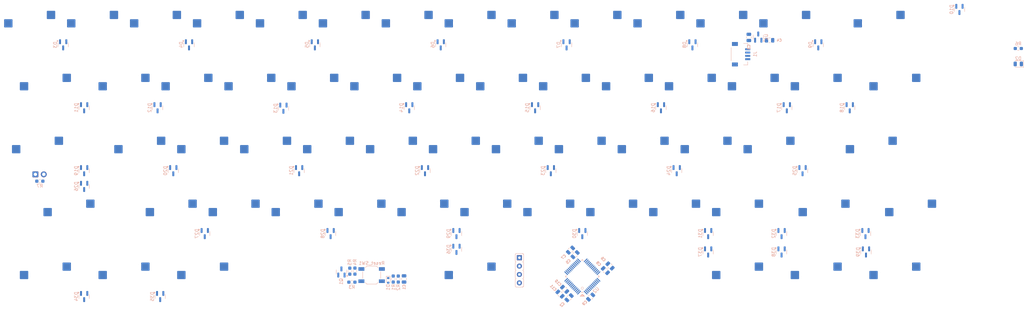
<source format=kicad_pcb>
(kicad_pcb (version 20240108) (generator "pcbnew") (generator_version "8.0")
  (layers (0 "F.Cu" signal) (31 "B.Cu" signal) (34 "B.Paste" user) (35 "F.Paste" user) (36 "B.SilkS" user "B.Silkscreen") (37 "F.SilkS" user "F.Silkscreen") (38 "B.Mask" user) (39 "F.Mask" user) (44 "Edge.Cuts" user))
  (net 0 "")
  (net 1 "BOOT0")
  (net 2 "GND")
  (net 3 "NRST")
  (net 4 "+5V")
  (net 5 "+3V3")
  (net 6 "Net-(D1-K)")
  (net 7 "Net-(D1-A)")
  (net 8 "Net-(D2-K)")
  (net 9 "Net-(SW1-Col)")
  (net 10 "Net-(SW2-Col)")
  (net 11 "COL0")
  (net 12 "Net-(SW4-Col)")
  (net 13 "Net-(SW3-Col)")
  (net 14 "COL1")
  (net 15 "Net-(SW5-Col)")
  (net 16 "COL2")
  (net 17 "Net-(SW6-Col)")
  (net 18 "Net-(SW8-Col)")
  (net 19 "Net-(SW7-Col)")
  (net 20 "COL3")
  (net 21 "Net-(SW10-Col)")
  (net 22 "COL4")
  (net 23 "Net-(SW9-Col)")
  (net 24 "Net-(SW11-Col)")
  (net 25 "COL5")
  (net 26 "Net-(SW12-Col)")
  (net 27 "Net-(SW13-Col)")
  (net 28 "COL6")
  (net 29 "Net-(SW16-Col)")
  (net 31 "COL7")
  (net 33 "Net-(SW17-Col)")
  (net 34 "Net-(SW18-Col)")
  (net 35 "Net-(SW19-Col)")
  (net 36 "Net-(SW21-Col)")
  (net 37 "Net-(SW20-Col)")
  (net 38 "Net-(SW22-Col)")
  (net 39 "Net-(SW23-Col)")
  (net 40 "Net-(SW24-Col)")
  (net 41 "Net-(SW25-Col)")
  (net 42 "Net-(SW27-Col)")
  (net 43 "Net-(SW26-Col)")
  (net 44 "Net-(SW28-Col)")
  (net 45 "Net-(SW29-Col)")
  (net 46 "Net-(SW30-Col)")
  (net 48 "Net-(SW31-Col)")
  (net 50 "Net-(SW33-Col)")
  (net 51 "Net-(SW32-Col)")
  (net 52 "Net-(SW35-Col)")
  (net 53 "Net-(SW34-Col)")
  (net 54 "Net-(SW36-Col)")
  (net 55 "Net-(SW37-Col)")
  (net 56 "Net-(SW38-Col)")
  (net 57 "Net-(SW39-Col)")
  (net 58 "Net-(SW41-Col)")
  (net 59 "Net-(SW40-Col)")
  (net 60 "Net-(SW42-Col)")
  (net 61 "Net-(SW43-Col)")
  (net 63 "Net-(SW44-Col)")
  (net 64 "Net-(SW45-Col)")
  (net 65 "Net-(SW46-Col)")
  (net 66 "Net-(SW48-Col)")
  (net 67 "Net-(SW47-Col)")
  (net 68 "Net-(SW50-Col)")
  (net 69 "Net-(SW49-Col)")
  (net 70 "Net-(SW51-Col)")
  (net 71 "Net-(SW52-Col)")
  (net 72 "Net-(SW53-Col)")
  (net 73 "Net-(SW54-Col)")
  (net 76 "Net-(SW57-Col)")
  (net 78 "Net-(SW58-Col)")
  (net 79 "Net-(SW59-Col)")
  (net 80 "Net-(SW60-Col)")
  (net 82 "Net-(SW61-Col)")
  (net 86 "Net-(SW14-Col)")
  (net 87 "Net-(SW15-Col)")
  (net 89 "D-")
  (net 90 "D+")
  (net 91 "SWCLK")
  (net 92 "SWDIO")
  (net 93 "Net-(LED1-PadA)")
  (net 94 "Net-(Q1-G)")
  (net 95 "Net-(Q1-D)")
  (net 96 "CAPS_INDICATOR")
  (net 97 "ROW0")
  (net 98 "ROW1")
  (net 99 "ROW2")
  (net 100 "ROW3")
  (net 101 "ROW4")
  (net 102 "ROW5")
  (net 103 "ROW6")
  (net 104 "ROW7")
  (net 105 "ROW8")
  (net 106 "ROW9")
  (net 121 "Net-(SW55-Col)")
  (net 122 "Net-(SW56-Col)")
  (footprint "MX_Hotswap:MX-Hotswap-1U" (layer "B.Cu") (at 409.575 80.16875 180)
    (property "Reference" "SW26")
    (property "Value" "[")
  )
  (footprint "acheron_Components:LQFP-48_7x7mm_P0.5mm" (layer "B.Cu") (at 357.2 135.22 45)
    (property "Reference" "U2")
    (property "Value" "STM32F072-LQFP48")
  )
  (footprint "Resistor_SMD:R_0603_1608Metric_Pad0.98x0.95mm_HandSolder" (layer "B.Cu") (at 301.47 136 -90)
    (property "Reference" "R2")
    (property "Value" "1M (±%1)")
  )
  (footprint "acheron_Connectors:PinHeader_1x4_P2.54mm_Vertical" (layer "B.Cu") (at 338.1375 133.35 180)
    (property "Reference" "J2" (hide yes))
    (property "Value" "Conn_01x04_Female" (hide yes))
  )
  (footprint "acheron_Components:C_0805_2012Metric" (layer "B.Cu") (at 351.84 139.11 -45)
    (property "Reference" "C10")
    (property "Value" "10uF")
  )
  (footprint "Package_TO_SOT_SMD:SOT-23" (layer "B.Cu") (at 271.4625 103.1875 -90)
    (property "Reference" "D21")
    (property "Value" "BAV70")
  )
  (footprint "LED_SMD:LED_0805_2012Metric" (layer "B.Cu") (at 489.1825 70.88 180)
    (property "Reference" "D2")
    (property "Value" "LED")
  )
  (footprint "Package_TO_SOT_SMD:SOT-23" (layer "B.Cu") (at 314.325 65.0875 -90)
    (property "Reference" "D6")
    (property "Value" "BAV70")
  )
  (footprint "MX_Hotswap:MX-Hotswap-1U" (layer "B.Cu") (at 242.8875 99.21875 180)
    (property "Reference" "SW31")
    (property "Value" "S")
  )
  (footprint "Package_TO_SOT_SMD:SOT-23" (layer "B.Cu") (at 417.5125 122.2375 -90)
    (property "Reference" "D32")
    (property "Value" "BAV70")
  )
  (footprint "MX_Hotswap:MX-Hotswap-1U" (layer "B.Cu") (at 190.5 61.11875 180)
    (property "Reference" "SW1")
    (property "Value" "ESC")
  )
  (footprint "acheron_Components:C_0805_2012Metric" (layer "B.Cu") (at 353.61 127.24 -135)
    (property "Reference" "C7")
    (property "Value" "4.7uF")
  )
  (footprint "MX_Hotswap:MX-Hotswap-1U" (layer "B.Cu") (at 395.2875 99.21875 180)
    (property "Reference" "SW39")
    (property "Value" ";")
  )
  (footprint "MX_Hotswap:MX-Hotswap-1U" (layer "B.Cu") (at 300.0375 99.21875 180)
    (property "Reference" "SW34")
    (property "Value" "G")
  )
  (footprint "Package_TO_SOT_SMD:SOT-23" (layer "B.Cu") (at 417.5125 127.79375 -90)
    (property "Reference" "D38")
    (property "Value" "BAV70")
  )
  (footprint "Package_TO_SOT_SMD:SOT-23" (layer "B.Cu") (at 410.452501 62.75 90)
    (property "Reference" "U1")
    (property "Value" "XC6206PxxxMR")
  )
  (footprint "MX_Hotswap:MX-Hotswap-1U" (layer "B.Cu") (at 238.125 80.16875 180)
    (property "Reference" "SW17")
    (property "Value" "W")
  )
  (footprint "MX_Hotswap:MX-Hotswap-1.5U" (layer "B.Cu") (at 195.2625 80.16875 180)
    (property "Reference" "SW15")
    (property "Value" "Tab")
  )
  (footprint "Package_TO_SOT_SMD:SOT-23" (layer "B.Cu") (at 233.3625 103.1875 -90)
    (property "Reference" "D20")
    (property "Value" "BAV70")
  )
  (footprint "MX_Hotswap:MX-Hotswap-1.5U" (layer "B.Cu") (at 452.4375 137.31875 180)
    (property "Reference" "SW61")
    (property "Value" "RCtrl")
  )
  (footprint "Resistor_SMD:R_0603_1608Metric_Pad0.98x0.95mm_HandSolder" (layer "B.Cu") (at 287.43 136.94)
    (property "Reference" "R3")
    (property "Value" "100")
  )
  (footprint "acheron_Components:C_0805_2012Metric" (layer "B.Cu") (at 303.22 135.97 90)
    (property "Reference" "C1")
    (property "Value" "10uF (±%5)")
  )
  (footprint "Package_TO_SOT_SMD:SOT-23" (layer "B.Cu") (at 352.425 65.0875 -90)
    (property "Reference" "D7")
    (property "Value" "BAV70")
  )
  (footprint "Resistor_SMD:R_0603_1608Metric_Pad0.98x0.95mm_HandSolder" (layer "B.Cu") (at 299.94 135.9975 -90)
    (property "Reference" "R1")
    (property "Value" "330k (±%1)")
  )
  (footprint "Package_TO_SOT_SMD:SOT-23" (layer "B.Cu") (at 390.525 65.0875 -90)
    (property "Reference" "D8")
    (property "Value" "BAV70")
  )
  (footprint "MX_Hotswap:MX-Hotswap-1U" (layer "B.Cu") (at 347.6625 118.26875 180)
    (property "Reference" "SW49")
    (property "Value" "M")
  )
  (footprint "Package_TO_SOT_SMD:SOT-23" (layer "B.Cu") (at 342.9 84.1375 -90)
    (property "Reference" "D15")
    (property "Value" "BAV70")
  )
  (footprint "Package_TO_SOT_SMD:SOT-23" (layer "B.Cu") (at 276.225 65.0875 -90)
    (property "Reference" "D5")
    (property "Value" "BAV70")
  )
  (footprint "MX_Hotswap:MX-Hotswap-1U" (layer "B.Cu") (at 376.2375 99.21875 180)
    (property "Reference" "SW38")
    (property "Value" "L")
  )
  (footprint "MX_Hotswap:MX-Hotswap-1U" (layer "B.Cu") (at 338.1375 99.21875 180)
    (property "Reference" "SW36")
    (property "Value" "J")
  )
  (footprint "acheron_Components:C_0805_2012Metric" (layer "B.Cu") (at 359.71 141.46 45)
    (property "Reference" "C9")
    (property "Value" "4.7uF")
  )
  (footprint "MX_Hotswap:MX-Hotswap-1.5U" (layer "B.Cu") (at 242.8875 137.31875 180)
    (property "Reference" "SW57")
    (property "Value" "LAlt")
  )
  (footprint "MX_Hotswap:MX-Hotswap-1U" (layer "B.Cu") (at 328.6125 118.26875 180)
    (property "Reference" "SW48")
    (property "Value" "N")
  )
  (footprint "MX_Hotswap:MX-Hotswap-1U" (layer "B.Cu") (at 319.0875 99.21875 180)
    (property "Reference" "SW35")
    (property "Value" "H")
  )
  (footprint "MX_Hotswap:MX-Hotswap-1U" (layer "B.Cu") (at 342.9 61.11875 180)
    (property "Reference" "SW9")
    (property "Value" "8")
  )
  (footprint "Package_TO_SOT_SMD:SOT-23" (layer "B.Cu") (at 228.6 84.1375 -90)
    (property "Reference" "D12")
    (property "Value" "BAV70")
  )
  (footprint "MX_Hotswap:MX-Hotswap-1U" (layer "B.Cu") (at 428.625 80.16875 180)
    (property "Reference" "SW27")
    (property "Value" "]")
  )
  (footprint "Package_TO_SOT_SMD:SOT-23" (layer "B.Cu") (at 304.8 84.1375 -90)
    (property "Reference" "D14")
    (property "Value" "BAV70")
  )
  (footprint "Package_TO_SOT_SMD:SOT-23" (layer "B.Cu") (at 347.6625 103.1875 -90)
    (property "Reference" "D23")
    (property "Value" "BAV70")
  )
  (footprint "MX_Hotswap:MX-Hotswap-1.25U" (layer "B.Cu") (at 192.88125 99.21875 180)
    (property "Reference" "SW29")
    (property "Value" "CPSLCK")
  )
  (footprint "MX_Hotswap:MX-Hotswap-1U" (layer "B.Cu") (at 381 61.11875 180)
    (property "Reference" "SW11")
    (property "Value" "0")
  )
  (footprint "MX_Hotswap:MX-Hotswap-1.5U" (layer "B.Cu") (at 452.4375 80.16875 180)
    (property "Reference" "SW28")
    (property "Value" "\\")
  )
  (footprint "Package_TO_SOT_SMD:SOT-23" (layer "B.Cu") (at 242.8875 122.2375 -90)
    (property "Reference" "D27")
    (property "Value" "BAV70")
  )
  (footprint "acheron_Components:C_0805_2012Metric" (layer "B.Cu") (at 407.61 62.84 -90)
    (property "Reference" "C3")
    (property "Value" "1uF")
  )
  (footprint "MX_Hotswap:MX-Hotswap-1U" (layer "B.Cu") (at 371.475 80.16875 180)
    (property "Reference" "SW24")
    (property "Value" "O")
  )
  (footprint "MX_Hotswap:MX-Hotswap-1U" (layer "B.Cu") (at 361.95 61.11875 180)
    (property "Reference" "SW10")
    (property "Value" "9")
  )
  (footprint "MX_Hotswap:MX-Hotswap-1U" (layer "B.Cu") (at 304.8 61.11875 180)
    (property "Reference" "SW7")
    (property "Value" "6")
  )
  (footprint "MX_Hotswap:MX-Hotswap-1.75U" (layer "B.Cu") (at 431.00625 118.26875 180)
    (property "Reference" "SW53")
    (property "Value" "RShift")
  )
  (footprint "Package_TO_SOT_SMD:SOT-23" (layer "B.Cu") (at 471.36 54.3775 -90)
    (property "Reference" "D10")
    (property "Value" "BAV70")
  )
  (footprint "MX_Hotswap:MX-Hotswap-1U" (layer "B.Cu") (at 385.7625 118.26875 180)
    (property "Reference" "SW51")
    (property "Value" ".")
  )
  (footprint "Package_TO_SOT_SMD:SOT-23" (layer "B.Cu") (at 381 84.1375 -90)
    (property "Reference" "D16")
    (property "Value" "BAV70")
  )
  (footprint "MX_Hotswap:MX-Hotswap-1U" (layer "B.Cu") (at 223.8375 99.21875 180)
    (property "Reference" "SW30")
    (property "Value" "A")
  )
  (footprint "MX_Hotswap:MX-Hotswap-1U" (layer "B.Cu") (at 457.2 118.26875 180)
    (property "Reference" "SW54")
    (property "Value" "Fn")
  )
  (footprint "MX_Hotswap:MX-Hotswap-1U" (layer "B.Cu") (at 352.425 80.16875 180)
    (property "Reference" "SW23")
    (property "Value" "I")
  )
  (footprint "MX_Hotswap:MX-Hotswap-1U" (layer "B.Cu") (at 276.225 80.16875 180)
    (property "Reference" "SW19")
    (property "Value" "R")
  )
  (footprint "Package_TO_SOT_SMD:SOT-23" (layer "B.Cu") (at 266.7 84.28125 -90)
    (property "Reference" "D13")
    (property "Value" "BAV70")
  )
  (footprint "acheron_Components:C_0805_2012Metric" (layer "B.Cu") (at 365.58 132.04 135)
    (property "Reference" "C6")
    (property "Value" "100nF")
  )
  (footprint "acheron_Components:LED_THT_2.54mm" (layer "B.Cu") (at 192.88 104.3 180)
    (property "Reference" "LED1")
    (property "Value" "LED" (hide yes))
  )
  (footprint "MX_Hotswap:MX-Hotswap-2U" (layer "B.Cu") (at 447.675 61.11875 180)
    (property "Reference" "SW14")
    (property "Value" "backspace")
  )
  (footprint "MX_Hotswap:MX-Hotswap-1U" (layer "B.Cu") (at 333.375 80.16875 180)
    (property "Reference" "SW22")
    (property "Value" "U")
  )
  (footprint "Package_TO_SOT_SMD:SOT-23" (layer "B.Cu") (at 238.125 65.0875 -90)
    (property "Reference" "D4")
    (property "Value" "BAV70")
  )
  (footprint "acheron_Components:C_0805_2012Metric" (layer "B.Cu") (at 364.17 133.43 135)
    (property "Reference" "C8")
    (property "Value" "100nF")
  )
  (footprint "Package_TO_SOT_SMD:SOT-23" (layer "B.Cu") (at 284.262501 133.86 90)
    (property "Reference" "Q1")
    (property "Value" "2N7002")
  )
  (footprint "Button_Switch_SMD:SW_SPST_SKQG_WithStem" (layer "B.Cu") (at 293.41 134.8 180)
    (property "Reference" "Reset_SW1")
    (property "Value" "Reset_SW")
  )
  (footprint "MX_Hotswap:MX-Hotswap-1U" (layer "B.Cu") (at 290.5125 118.26875 180)
    (property "Reference" "SW46")
    (property "Value" "V")
  )
  (footprint "Package_TO_SOT_SMD:SOT-23" (layer "B.Cu") (at 206.375 84.1375 -90)
    (property "Reference" "D11")
    (property "Value" "BAV70")
  )
  (footprint "Package_TO_SOT_SMD:SOT-23" (layer "B.Cu") (at 319.0875 122.2375 -90)
    (property "Reference" "D29")
    (property "Value" "BAV70")
  )
  (footprint "MX_Hotswap:MX-Hotswap-7U-ReversedStabilizers" (layer "B.Cu") (at 323.85 137.31875 180)
    (property "Reference" "SW58")
    (property "Value" "Spacebar")
  )
  (footprint "Package_TO_SOT_SMD:SOT-23" (layer "B.Cu") (at 423.8625 103.1875 -90)
    (property "Reference" "D25")
    (property "Value" "BAV70")
  )
  (footprint "acheron_Components:C_0805_2012Metric" (layer "B.Cu") (at 355.01 128.63 -135)
    (property "Reference" "C5")
    (property "Value" "100nF")
  )
  (footprint "Package_TO_SOT_SMD:SOT-23" (layer "B.Cu") (at 206.375 141.2875 -90)
    (property "Reference" "D34")
    (property "Value" "BAV70")
  )
  (footprint "MX_Hotswap:MX-Hotswap-1U" (layer "B.Cu") (at 428.625 137.31875 180)
    (property "Reference" "SW60")
    (property "Value" "RWin")
  )
  (footprint "Package_TO_SOT_SMD:SOT-23" (layer "B.Cu") (at 200.025 65.0875 -90)
    (property "Reference" "D3")
    (property "Value" "BAV70")
  )
  (footprint "MX_Hotswap:MX-Hotswap-1U" (layer "B.Cu") (at 233.3625 118.26875 180)
    (property "Reference" "SW43")
    (property "Value" "Z")
  )
  (footprint "MX_Hotswap:MX-Hotswap-1U" (layer "B.Cu") (at 247.65 61.11875 180)
    (property "Reference" "SW4")
    (property "Value" "3")
  )
  (footprint "acheron_Connectors:SM04B-SRSS-TB(LF)(SN)" (layer "B.Cu") (at 406.49 67.93 90)
    (property "Reference" "J1")
    (property "Value" "Conn_01x04_Female")
  )
  (footprint "MX_Hotswap:MX-Hotswap-1.5U" (layer "B.Cu") (at 195.2625 137.31875 180)
    (property "Reference" "SW55")
    (property "Value" "LCtrl")
  )
  (footprint "acheron_Components:C_0805_2012Metric" (layer "B.Cu") (at 350.44 140.55 -45)
    (property "Reference" "C11")
    (property "Value" "1uF")
  )
  (footprint "Diode_SMD:D_SOD-523" (layer "B.Cu") (at 298.43 136.4 -90)
    (property "Reference" "D1")
    (property "Value" "1N4148WT")
  )
  (footprint "MX_Hotswap:MX-Hotswap-1U" (layer "B.Cu") (at 314.325 80.16875 180)
    (property "Reference" "SW21")
    (property "Value" "Y")
  )
  (footprint "MX_Hotswap:MX-Hotswap-1U" (layer "B.Cu") (at 357.1875 99.21875 180)
    (property "Reference" "SW37")
    (property "Value" "K")
  )
  (footprint "MX_Hotswap:MX-Hotswap-1U" (layer "B.Cu") (at 271.4625 118.26875 180)
    (property "Reference" "SW45")
    (property "Value" "C")
  )
  (footprint "MX_Hotswap:MX-Hotswap-1U" (layer "B.Cu") (at 366.7125 118.26875 180)
    (property "Reference" "SW50")
    (property "Value" ",")
  )
  (footprint "MX_Hotswap:MX-Hotswap-2.25U" (layer "B.Cu") (at 445.29375 99.21875 180)
    (property "Reference" "SW41")
    (property "Value" "Enter")
  )
  (footprint "Package_TO_SOT_SMD:SOT-23" (layer "B.Cu") (at 442.9125 122.2375 -90)
    (property "Reference" "D33")
    (property "Value" "BAV70")
  )
  (footprint "MX_Hotswap:MX-Hotswap-1.5U" (layer "B.Cu") (at 404.8125 137.31875 180)
    (property "Reference" "SW59")
    (property "Value" "RAlt")
  )
  (footprint "Package_TO_SOT_SMD:SOT-23" (layer "B.Cu") (at 443.06875 127.79375 -90)
    (property "Reference" "D39")
    (property "Value" "BAV70")
  )
  (footprint "Package_TO_SOT_SMD:SOT-23" (layer "B.Cu") (at 229.39375 141.2875 -90)
    (property "Reference" "D35")
    (property "Value" "BAV70")
  )
  (footprint "MX_Hotswap:MX-Hotswap-1U" (layer "B.Cu") (at 219.075 137.31875 180)
    (property "Reference" "SW56")
    (property "Value" "LWin")
  )
  (footprint "MX_Hotswap:MX-Hotswap-1U" (layer "B.Cu") (at 252.4125 118.26875 180)
    (property "Reference" "SW44")
    (property "Value" "X")
  )
  (footprint "Package_TO_SOT_SMD:SOT-23" (layer "B.Cu") (at 206.375 107.95 -90)
    (property "Reference" "D26")
    (property "Value" "BAV70")
  )
  (footprint "MX_Hotswap:MX-Hotswap-1U" (layer "B.Cu") (at 228.6 61.11875 180)
    (property "Reference" "SW3")
    (property "Value" "2")
  )
  (footprint "Package_TO_SOT_SMD:SOT-23" (layer "B.Cu") (at 419.1 84.1375 -90)
    (property "Reference" "D17")
    (property "Value" "BAV70")
  )
  (footprint "Package_TO_SOT_SMD:SOT-23" (layer "B.Cu") (at 206.375 103.1875 -90)
    (property "Reference" "D19")
    (property "Value" "BAV70")
  )
  (footprint "Package_TO_SOT_SMD:SOT-23" (layer "B.Cu") (at 438.15 84.1375 -90)
    (property "Reference" "D18")
    (property "Value" "BAV70")
  )
  (footprint "MX_Hotswap:MX-Hotswap-1U" (layer "B.Cu") (at 404.8125 118.26875 180)
    (property "Reference" "SW52")
    (property "Value" "/")
  )
  (footprint "MX_Hotswap:MX-Hotswap-1U" (layer "B.Cu") (at 419.1 61.11875 180)
    (property "Reference" "SW13")
    (property "Value" "=")
  )
  (footprint "MX_Hotswap:MX-Hotswap-1U" (layer "B.Cu") (at 280.9875 99.21875 180)
    (property "Reference" "SW33")
    (property "Value" "F")
  )
  (footprint "Resistor_SMD:R_0603_1608Metric_Pad0.98x0.95mm_HandSolder" (layer "B.Cu") (at 286.8 133.61 90)
    (property "Reference" "R5")
    (property "Value" "10k")
  )
  (footprint "Package_TO_SOT_SMD:SOT-23" (layer "B.Cu") (at 280.9875 122.2375 -90)
    (property "Reference" "D28")
    (property "Value" "BAV70")
  )
  (footprint "MX_Hotswap:MX-Hotswap-1U" (layer "B.Cu") (at 323.85 61.11875 180)
    (property "Reference" "SW8")
    (property "Value" "7")
  )
  (footprint "Resistor_SMD:R_0603_1608Metric_Pad0.98x0.95mm_HandSolder" (layer "B.Cu") (at 288.35 133.5925 90)
    (property "Reference" "R4")
    (property "Value" "1k")
  )
  (footprint "MX_Hotswap:MX-Hotswap-1U" (layer "B.Cu") (at 209.55 61.11875 180)
    (property "Reference" "SW2")
    (property "Value" "1")
  )
  (footprint "MX_Hotswap:MX-Hotswap-1U" (layer "B.Cu") (at 257.175 80.16875 180)
    (property "Reference" "SW18")
    (property "Value" "E")
  )
  (footprint "MX_Hotswap:MX-Hotswap-2.25U" (layer "B.Cu") (at 202.40625 118.26875 180)
    (property "Reference" "SW42")
    (property "Value" "LShift")
  )
  (footprint "Package_TO_SOT_SMD:SOT-23" (layer "B.Cu") (at 395.2875 127.79375 -90)
    (property "Reference" "D37")
    (property "Value" "BAV70")
  )
  (footprint "MX_Hotswap:MX-Hotswap-1U" (layer "B.Cu") (at 390.525 80.16875 180)
    (property "Reference" "SW25")
    (property "Value" "P")
  )
  (footprint "MX_Hotswap:MX-Hotswap-1U" (layer "B.Cu") (at 261.9375 99.21875 180)
    (property "Reference" "SW32")
    (property "Value" "D")
  )
  (footprint "Package_TO_SOT_SMD:SOT-23" (layer "B.Cu") (at 319.0875 127 -90)
    (property "Reference" "D36")
    (property "Value" "BAV70")
  )
  (footprint "Resistor_SMD:R_0603_1608Metric_Pad0.98x0.95mm_HandSolder" (layer "B.Cu") (at 489.1775 66.2 180)
    (property "Reference" "R6")
    (property "Value" "1.5k")
  )
  (footprint "acheron_Components:C_0805_2012Metric" (layer "B.Cu") (at 413.89 63.71)
    (property "Reference" "C4")
    (property "Value" "1uF")
  )
  (footprint "Package_TO_SOT_SMD:SOT-23" (layer "B.Cu") (at 357.1875 122.2375 -90)
    (property "Reference" "D30")
    (property "Value" "BAV70")
  )
  (footprint "acheron_Components:C_0805_2012Metric" (layer "B.Cu") (at 353.187087 141.672913 -135)
    (property "Reference" "C2")
    (property "Value" "100nF")
  )
  (footprint "Resistor_SMD:R_0603_1608Metric_Pad0.98x0.95mm_HandSolder" (layer "B.Cu") (at 192.96 106.37)
    (property "Reference" "R7")
    (property "Value" "330")
  )
  (footprint "Package_TO_SOT_SMD:SOT-23" (layer "B.Cu") (at 395.2875 122.2375 -90)
    (property "Reference" "D31")
    (property "Value" "BAV70")
  )
  (footprint "MX_Hotswap:MX-Hotswap-1U" (layer "B.Cu") (at 295.275 80.16875 180)
    (property "Reference" "SW20")
    (property "Value" "T")
  )
  (footprint "Package_TO_SOT_SMD:SOT-23" (layer "B.Cu") (at 385.7625 103.1875 -90)
    (property "Reference" "D24")
    (property "Value" "BAV70")
  )
  (footprint "MX_Hotswap:MX-Hotswap-1U" (layer "B.Cu") (at 400.05 61.11875 180)
    (property "Reference" "SW12")
    (property "Value" "-")
  )
  (footprint "MX_Hotswap:MX-Hotswap-1U" (layer "B.Cu") (at 219.075 80.16875 180)
    (property "Reference" "SW16")
    (property "Value" "Q")
  )
  (footprint "Package_TO_SOT_SMD:SOT-23" (layer "B.Cu") (at 309.5625 103.1875 -90)
    (property "Reference" "D22")
    (property "Value" "BAV70")
  )
  (footprint "MX_Hotswap:MX-Hotswap-1U" (layer "B.Cu") (at 309.5625 118.26875 180)
    (property "Reference" "SW47")
    (property "Value" "B")
  )
  (footprint "MX_Hotswap:MX-Hotswap-1U" (layer "B.Cu") (at 266.7 61.11875 180)
    (property "Reference" "SW5")
    (property "Value" "4")
  )
  (footprint "MX_Hotswap:MX-Hotswap-1U" (layer "B.Cu") (at 285.75 61.11875 180)
    (property "Reference" "SW6")
    (property "Value" "5")
  )
  (footprint "Package_TO_SOT_SMD:SOT-23" (layer "B.Cu") (at 428.625 65.0875 -90)
    (property "Reference" "D9")
    (property "Value" "BAV70")
  )
  (footprint "MX_Hotswap:MX-Hotswap-1U" (layer "B.Cu") (at 414.3375 99.21875 180)
    (property "Reference" "SW40")
    (property "Value" "''")
  )
)
</source>
